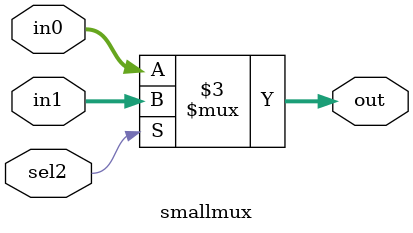
<source format=v>
module smallmux(input sel2,
	input [3:0] in0, in1,
	output reg [3:0] out
    );
always@(*) begin 
	if(sel2) out=in1; 
	else out=in0;
end
endmodule

</source>
